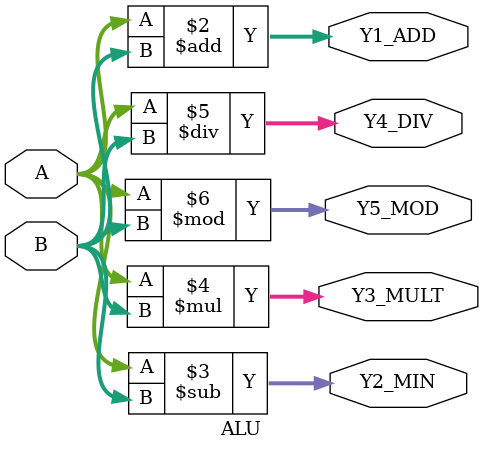
<source format=v>
`timescale 1ns / 1ps
module ALU (input [2:0]A,B, output reg [3:0]Y1_ADD, output reg[5:0]Y3_MULT, 
                                  output reg[2:0]Y2_MIN, Y4_DIV, Y5_MOD);
always@(A,B)
begin
Y1_ADD = A + B;
Y2_MIN = A - B;
Y3_MULT = A * B;
Y4_DIV = A / B;
Y5_MOD = A % B;
end
endmodule

</source>
